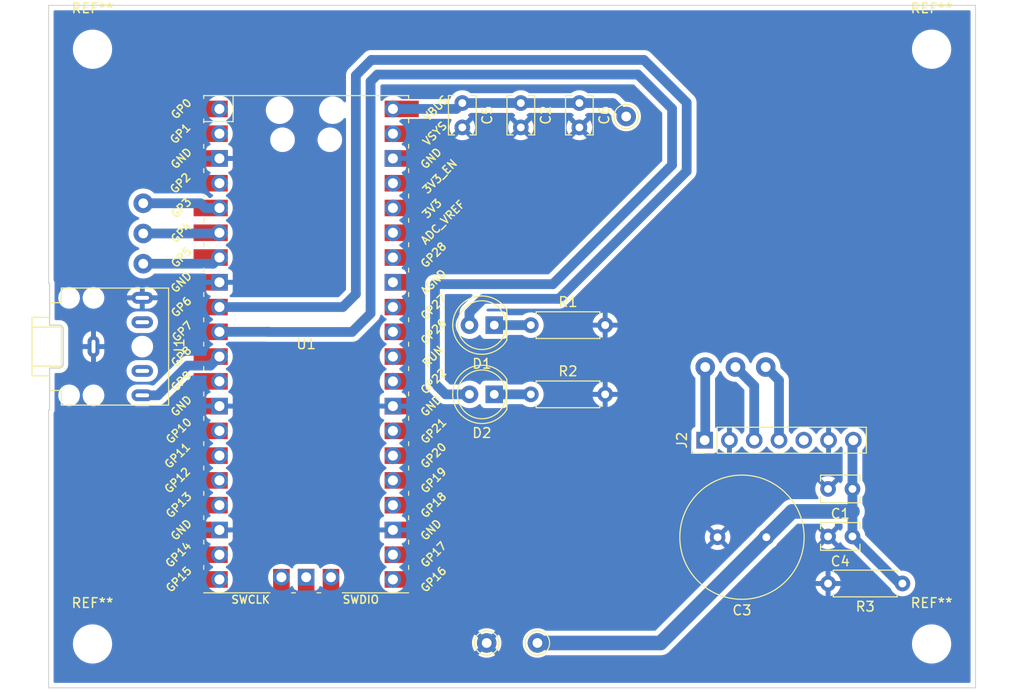
<source format=kicad_pcb>
(kicad_pcb (version 20211014) (generator pcbnew)
  (title_block (title "Telephonicah") (date "2023-04-29") (rev "0.0.1") (company "Vlad Balmos"))
  (layers (0 "F.Cu" signal) (31 "B.Cu" signal) (34 "B.Paste" user) (35 "F.Paste" user) (36 "B.SilkS" user "B.Silkscreen") (37 "F.SilkS" user "F.Silkscreen") (38 "B.Mask" user) (39 "F.Mask" user) (44 "Edge.Cuts" user))
  (net 0 "")
  (net 1 "5V")
  (net 2 "GND")
  (net 3 "Net-(D1-Pad1)")
  (net 4 "RED_LED")
  (net 5 "Net-(D2-Pad1)")
  (net 6 "GREEN_LED")
  (net 7 "ENABLE")
  (net 8 "RST")
  (net 9 "PICO_TX")
  (net 10 "PICO_RX")
  (footprint "Connector_Audio:Jack_3.5mm_CUI_SJ1-3525N_Horizontal" (layer "F.Cu") (at 24.6 55 -90)
    (fp_text reference "J1" (at 0 -8.8 90) (layer "F.SilkS"))
    (fp_text value "AudioJack3")
    (fp_line (start -6 3.3) (end -6 -7.7) (layer "F.SilkS") (width 0.12))
    (fp_line (start 6 3.3) (end 4.5 3.3) (layer "F.SilkS") (width 0.12))
    (fp_line (start 4.5 3.3) (end 4.5 4.5) (layer "F.SilkS") (width 0.12))
    (fp_line (start -6 -7.7) (end 6 -7.7) (layer "F.SilkS") (width 0.12))
    (fp_line (start 4.5 4.5) (end 3 4.5) (layer "F.SilkS") (width 0.12))
    (fp_line (start -3 4.5) (end -4.5 4.5) (layer "F.SilkS") (width 0.12))
    (fp_line (start 2 6.3) (end 2 3.3) (layer "F.SilkS") (width 0.12))
    (fp_line (start -4.5 3.3) (end -6 3.3) (layer "F.SilkS") (width 0.12))
    (fp_line (start 3 4.5) (end 3 6.3) (layer "F.SilkS") (width 0.12))
    (fp_line (start 2 3.3) (end -2 3.3) (layer "F.SilkS") (width 0.12))
    (fp_line (start -3 6.3) (end -3 4.5) (layer "F.SilkS") (width 0.12))
    (fp_line (start -2 3.3) (end -2 6.3) (layer "F.SilkS") (width 0.12))
    (fp_line (start -4.5 4.5) (end -4.5 3.3) (layer "F.SilkS") (width 0.12))
    (fp_line (start 6 -7.7) (end 6 3.3) (layer "F.SilkS") (width 0.12))
    (fp_line (start 3 6.3) (end -3 6.3) (layer "F.SilkS") (width 0.12))
    (fp_line (start 2.2 3.5) (end 2.2 4.5) (layer "Edge.Cuts") (width 0.12))
    (fp_line (start -2.2 3.5) (end -2.2 4.5) (layer "Edge.Cuts") (width 0.12))
    (fp_line (start -2.2 4.5) (end -6.5 4.5) (layer "Edge.Cuts") (width 0.12))
    (fp_line (start 1.8 3.1) (end -1.8 3.1) (layer "Edge.Cuts") (width 0.12))
    (fp_line (start 2.2 4.5) (end 6.5 4.5) (layer "Edge.Cuts") (width 0.12))
    (fp_arc (start -2.2 3.5) (mid -2.082842 3.217158) (end -1.8 3.1) (layer "Edge.Cuts") (width 0.12))
    (fp_arc (start 1.8 3.1) (mid 2.082843 3.217157) (end 2.2 3.5) (layer "Edge.Cuts") (width 0.12))
    (pad "" np_thru_hole circle (at -5 2.5 270) (size 1.2 1.2) (drill 1.2) (layers *.Cu))
    (pad "" np_thru_hole circle (at 5 0 270) (size 1.2 1.2) (drill 1.2) (layers *.Cu))
    (pad "" np_thru_hole circle (at 5 2.5 270) (size 1.2 1.2) (drill 1.2) (layers *.Cu))
    (pad "" np_thru_hole circle (at 0 -5 270) (size 1.2 1.2) (drill 1.2) (layers *.Cu))
    (pad "" np_thru_hole circle (at -5 0 270) (size 1.2 1.2) (drill 1.2) (layers *.Cu))
    (pad "R" thru_hole oval (at -5 -5 270) (size 1.2 2.2) (drill oval 0.4 1.4) (layers *.Cu *.Mask) (net 2 "GND"))
    (pad "RN" thru_hole oval (at -2.5 -5 270) (size 1.2 2.2) (drill oval 0.4 1.4) (layers *.Cu *.Mask))
    (pad "S" thru_hole oval (at 0 0 270) (size 2.2 1.2) (drill oval 1.4 0.4) (layers *.Cu *.Mask) (net 2 "GND"))
    (pad "T" thru_hole oval (at 5 -5 90) (size 1.2 2.2) (drill oval 0.4 1.4) (layers *.Cu *.Mask) (net 7 "ENABLE"))
    (pad "TN" thru_hole oval (at 2.5 -5 90) (size 1.2 2.2) (drill oval 0.4 1.4) (layers *.Cu *.Mask))
  )
  (footprint "Capacitor_THT:C_Disc_D3.8mm_W2.6mm_P2.50mm" (layer "F.Cu") (at 74.4 30.02 -90)
    (fp_text reference "C6" (at 1.25 -2.55 90) (layer "F.SilkS"))
    (fp_text value "47uf")
    (fp_line (start -0.77 -1.42) (end -0.77 -0.795) (layer "F.SilkS") (width 0.12))
    (fp_line (start 3.27 -1.42) (end 3.27 -0.795) (layer "F.SilkS") (width 0.12))
    (fp_line (start -0.77 0.795) (end -0.77 1.42) (layer "F.SilkS") (width 0.12))
    (fp_line (start -0.77 1.42) (end 3.27 1.42) (layer "F.SilkS") (width 0.12))
    (fp_line (start -0.77 -1.42) (end 3.27 -1.42) (layer "F.SilkS") (width 0.12))
    (fp_line (start 3.27 0.795) (end 3.27 1.42) (layer "F.SilkS") (width 0.12))
    (pad "1" thru_hole circle (at 0 0 270) (size 1.6 1.6) (drill 0.8) (layers *.Cu *.Mask) (net 1 "5V"))
    (pad "2" thru_hole circle (at 2.5 0 270) (size 1.6 1.6) (drill 0.8) (layers *.Cu *.Mask) (net 2 "GND"))
  )
  (footprint "MountingHole:MountingHole_3.2mm_M3" (layer "F.Cu") (at 110.5 24.5)
    (fp_text reference "REF**" (at 0 -4.2) (layer "F.SilkS"))
    (fp_text value "MountingHole_3.2mm_M3")
    (pad "" np_thru_hole circle (at 0 0) (size 3 3) (drill 3) (layers F&B.Cu *.Mask))
  )
  (footprint "LED_THT:LED_D5.0mm" (layer "F.Cu") (at 65.675 59.9 180)
    (fp_text reference "D2" (at 1.27 -3.96) (layer "F.SilkS"))
    (fp_text value "LED")
    (fp_line (start -1.29 -1.545) (end -1.29 1.545) (layer "F.SilkS") (width 0.12))
    (fp_arc (start -1.29 -1.54483) (mid 2.072002 -2.880433) (end 4.26 0.000462) (layer "F.SilkS") (width 0.12))
    (fp_arc (start 4.26 -0.000462) (mid 2.072002 2.880433) (end -1.29 1.54483) (layer "F.SilkS") (width 0.12))
    (fp_circle (center 1.27 0) (end 3.77 0) (layer "F.SilkS") (width 0.12) (fill none))
    (pad "1" thru_hole rect locked (at 0 0 180) (size 1.8 1.8) (drill 0.9) (layers *.Cu *.Mask) (net 5 "Net-(D2-Pad1)"))
    (pad "2" thru_hole circle locked (at 2.54 0 180) (size 1.8 1.8) (drill 0.9) (layers *.Cu *.Mask) (net 6 "GREEN_LED"))
  )
  (footprint "Capacitor_THT:C_Disc_D3.8mm_W2.6mm_P2.50mm" (layer "F.Cu") (at 102.39 74.475 180)
    (fp_text reference "C4" (at 1.25 -2.55) (layer "F.SilkS"))
    (fp_text value "4.7uf")
    (fp_line (start -0.77 0.795) (end -0.77 1.42) (layer "F.SilkS") (width 0.12))
    (fp_line (start -0.77 -1.42) (end 3.27 -1.42) (layer "F.SilkS") (width 0.12))
    (fp_line (start 3.27 0.795) (end 3.27 1.42) (layer "F.SilkS") (width 0.12))
    (fp_line (start 3.27 -1.42) (end 3.27 -0.795) (layer "F.SilkS") (width 0.12))
    (fp_line (start -0.77 -1.42) (end -0.77 -0.795) (layer "F.SilkS") (width 0.12))
    (fp_line (start -0.77 1.42) (end 3.27 1.42) (layer "F.SilkS") (width 0.12))
    (pad "1" thru_hole circle (at 0 0 180) (size 1.6 1.6) (drill 0.8) (layers *.Cu *.Mask) (net 1 "5V"))
    (pad "2" thru_hole circle (at 2.5 0 180) (size 1.6 1.6) (drill 0.8) (layers *.Cu *.Mask) (net 2 "GND"))
  )
  (footprint "Capacitor_THT:C_Radial_D12.5mm_H20.0mm_P5.00mm" (layer "F.Cu") (at 93.565 74.55 180)
    (fp_text reference "C3" (at 2.5 -7.5) (layer "F.SilkS"))
    (fp_text value "2200uf")
    (fp_circle (center 2.5 0) (end 8.87 0) (layer "F.SilkS") (width 0.12) (fill none))
    (pad "1" thru_hole circle (at 0 0 180) (size 1.6 1.6) (drill 0.8) (layers *.Cu *.Mask) (net 1 "5V"))
    (pad "2" thru_hole circle (at 5 0 180) (size 1.6 1.6) (drill 0.8) (layers *.Cu *.Mask) (net 2 "GND"))
  )
  (footprint "Resistor_THT:R_Axial_DIN0207_L6.3mm_D2.5mm_P7.62mm_Horizontal" (layer "F.Cu") (at 107.51 79.3 180)
    (fp_text reference "R3" (at 3.81 -2.37) (layer "F.SilkS"))
    (fp_text value "1M")
    (fp_line (start 7.08 1.37) (end 7.08 1.04) (layer "F.SilkS") (width 0.12))
    (fp_line (start 0.54 -1.37) (end 7.08 -1.37) (layer "F.SilkS") (width 0.12))
    (fp_line (start 0.54 1.37) (end 7.08 1.37) (layer "F.SilkS") (width 0.12))
    (fp_line (start 0.54 -1.04) (end 0.54 -1.37) (layer "F.SilkS") (width 0.12))
    (fp_line (start 0.54 1.04) (end 0.54 1.37) (layer "F.SilkS") (width 0.12))
    (fp_line (start 7.08 -1.37) (end 7.08 -1.04) (layer "F.SilkS") (width 0.12))
    (pad "1" thru_hole circle (at 0 0 180) (size 1.6 1.6) (drill 0.8) (layers *.Cu *.Mask) (net 1 "5V"))
    (pad "2" thru_hole oval (at 7.62 0 180) (size 1.6 1.6) (drill 0.8) (layers *.Cu *.Mask) (net 2 "GND"))
  )
  (footprint "" (layer "F.Cu") (at 29.7 46.5)
    (fp_text reference "" (at 0 0) (layer "F.SilkS") (effects (font (size 1.27 1.27))))
    (fp_text value "" (at 0 0) (layer "F.SilkS") (effects (font (size 1.27 1.27))))
    (pad "1" thru_hole circle (at 0 0) (size 2 2) (drill 1) (layers *.Cu *.Mask) (net 10 "PICO_RX"))
  )
  (footprint "MCU_RaspberryPi_and_Boards:RPi_Pico_SMD_TH" (layer "F.Cu") (at 46.4 54.755)
    (fp_text reference "U1" (at 0 0) (layer "F.SilkS"))
    (fp_text value "Pico")
    (fp_text user "GP16" (at 13.054 24.13 45) (layer "F.SilkS") (effects (font (size 0.8 0.8))))
    (fp_text user "GP14" (at -13.1 21.59 45) (layer "F.SilkS") (effects (font (size 0.8 0.8))))
    (fp_text user "GP3" (at -12.8 -13.97 45) (layer "F.SilkS") (effects (font (size 0.8 0.8))))
    (fp_text user "GP1" (at -12.9 -21.6 45) (layer "F.SilkS") (effects (font (size 0.8 0.8))))
    (fp_text user "GP22" (at 13.054 3.81 45) (layer "F.SilkS") (effects (font (size 0.8 0.8))))
    (fp_text user "GP27" (at 13.054 -3.8 45) (layer "F.SilkS") (effects (font (size 0.8 0.8))))
    (fp_text user "3V3" (at 12.9 -13.9 45) (layer "F.SilkS") (effects (font (size 0.8 0.8))))
    (fp_text user "GP17" (at 13.054 21.59 45) (layer "F.SilkS") (effects (font (size 0.8 0.8))))
    (fp_text user "GP21" (at 13.054 8.9 45) (layer "F.SilkS") (effects (font (size 0.8 0.8))))
    (fp_text user "VBUS" (at 13.3 -24.2 45) (layer "F.SilkS") (effects (font (size 0.8 0.8))))
    (fp_text user "GND" (at 12.8 6.35 45) (layer "F.SilkS") (effects (font (size 0.8 0.8))))
    (fp_text user "3V3_EN" (at 13.7 -17.2 45) (layer "F.SilkS") (effects (font (size 0.8 0.8))))
    (fp_text user "GP0" (at -12.8 -24.13 45) (layer "F.SilkS") (effects (font (size 0.8 0.8))))
    (fp_text user "GP13" (at -13.054 16.51 45) (layer "F.SilkS") (effects (font (size 0.8 0.8))))
    (fp_text user "AGND" (at 13.054 -6.35 45) (layer "F.SilkS") (effects (font (size 0.8 0.8))))
    (fp_text user "SWDIO" (at 5.6 26.2) (layer "F.SilkS") (effects (font (size 0.8 0.8))))
    (fp_text user "SWCLK" (at -5.7 26.2) (layer "F.SilkS") (effects (font (size 0.8 0.8))))
    (fp_text user "GP28" (at 13.054 -9.144 45) (layer "F.SilkS") (effects (font (size 0.8 0.8))))
    (fp_text user "GND" (at -12.8 -6.35 45) (layer "F.SilkS") (effects (font (size 0.8 0.8))))
    (fp_text user "GND" (at -12.8 -19.05 45) (layer "F.SilkS") (effects (font (size 0.8 0.8))))
    (fp_text user "GP9" (at -12.8 3.81 45) (layer "F.SilkS") (effects (font (size 0.8 0.8))))
    (fp_text user "VSYS" (at 13.2 -21.59 45) (layer "F.SilkS") (effects (font (size 0.8 0.8))))
    (fp_text user "GP7" (at -12.7 -1.3 45) (layer "F.SilkS") (effects (font (size 0.8 0.8))))
    (fp_text user "GND" (at 12.8 -19.05 45) (layer "F.SilkS") (effects (font (size 0.8 0.8))))
    (fp_text user "GP10" (at -13.054 8.89 45) (layer "F.SilkS") (effects (font (size 0.8 0.8))))
    (fp_text user "GP5" (at -12.8 -8.89 45) (layer "F.SilkS") (effects (font (size 0.8 0.8))))
    (fp_text user "GP4" (at -12.8 -11.43 45) (layer "F.SilkS") (effects (font (size 0.8 0.8))))
    (fp_text user "GP15" (at -13.054 24.13 45) (layer "F.SilkS") (effects (font (size 0.8 0.8))))
    (fp_text user "GND" (at -12.8 19.05 45) (layer "F.SilkS") (effects (font (size 0.8 0.8))))
    (fp_text user "GP26" (at 13.054 -1.27 45) (layer "F.SilkS") (effects (font (size 0.8 0.8))))
    (fp_text user "GP12" (at -13.2 13.97 45) (layer "F.SilkS") (effects (font (size 0.8 0.8))))
    (fp_text user "GP8" (at -12.8 1.27 45) (layer "F.SilkS") (effects (font (size 0.8 0.8))))
    (fp_text user "GP20" (at 13.054 11.43 45) (layer "F.SilkS") (effects (font (size 0.8 0.8))))
    (fp_text user "GP6" (at -12.8 -3.81 45) (layer "F.SilkS") (effects (font (size 0.8 0.8))))
    (fp_text user "GND" (at 12.8 19.05 45) (layer "F.SilkS") (effects (font (size 0.8 0.8))))
    (fp_text user "GP11" (at -13.2 11.43 45) (layer "F.SilkS") (effects (font (size 0.8 0.8))))
    (fp_text user "GP18" (at 13.054 16.51 45) (layer "F.SilkS") (effects (font (size 0.8 0.8))))
    (fp_text user "GP2" (at -12.9 -16.51 45) (layer "F.SilkS") (effects (font (size 0.8 0.8))))
    (fp_text user "RUN" (at 13 1.27 45) (layer "F.SilkS") (effects (font (size 0.8 0.8))))
    (fp_text user "GND" (at -12.8 6.35 45) (layer "F.SilkS") (effects (font (size 0.8 0.8))))
    (fp_text user "ADC_VREF" (at 14 -12.5 45) (layer "F.SilkS") (effects (font (size 0.8 0.8))))
    (fp_text user "GP19" (at 13.054 13.97 45) (layer "F.SilkS") (effects (font (size 0.8 0.8))))
    (fp_line (start -10.5 -25.5) (end -10.5 -25.2) (layer "F.SilkS") (width 0.12))
    (fp_line (start 10.5 -25.5) (end 10.5 -25.2) (layer "F.SilkS") (width 0.12))
    (fp_line (start -10.5 -25.5) (end 10.5 -25.5) (layer "F.SilkS") (width 0.12))
    (fp_line (start 10.5 -10.4) (end 10.5 -10) (layer "F.SilkS") (width 0.12))
    (fp_line (start -10.5 20.1) (end -10.5 20.5) (layer "F.SilkS") (width 0.12))
    (fp_line (start -10.5 17.6) (end -10.5 18) (layer "F.SilkS") (width 0.12))
    (fp_line (start 10.5 2.3) (end 10.5 2.7) (layer "F.SilkS") (width 0.12))
    (fp_line (start -10.5 12.5) (end -10.5 12.9) (layer "F.SilkS") (width 0.12))
    (fp_line (start 10.5 15.1) (end 10.5 15.5) (layer "F.SilkS") (width 0.12))
    (fp_line (start -10.5 -18) (end -10.5 -17.6) (layer "F.SilkS") (width 0.12))
    (fp_line (start -10.5 22.7) (end -10.5 23.1) (layer "F.SilkS") (width 0.12))
    (fp_line (start 10.5 -15.4) (end 10.5 -15) (layer "F.SilkS") (width 0.12))
    (fp_line (start -10.5 -5.3) (end -10.5 -4.9) (layer "F.SilkS") (width 0.12))
    (fp_line (start -10.5 -12.9) (end -10.5 -12.5) (layer "F.SilkS") (width 0.12))
    (fp_line (start -10.5 -22.833) (end -7.493 -22.833) (layer "F.SilkS") (width 0.12))
    (fp_line (start -1.5 25.5) (end -1.1 25.5) (layer "F.SilkS") (width 0.12))
    (fp_line (start 10.5 -23.1) (end 10.5 -22.7) (layer "F.SilkS") (width 0.12))
    (fp_line (start 10.5 -18) (end 10.5 -17.6) (layer "F.SilkS") (width 0.12))
    (fp_line (start 10.5 20.1) (end 10.5 20.5) (layer "F.SilkS") (width 0.12))
    (fp_line (start -10.5 4.9) (end -10.5 5.3) (layer "F.SilkS") (width 0.12))
    (fp_line (start -10.5 2.3) (end -10.5 2.7) (layer "F.SilkS") (width 0.12))
    (fp_line (start 10.5 -12.9) (end 10.5 -12.5) (layer "F.SilkS") (width 0.12))
    (fp_line (start -10.5 -2.7) (end -10.5 -2.3) (layer "F.SilkS") (width 0.12))
    (fp_line (start -3.7 25.5) (end -10.5 25.5) (layer "F.SilkS") (width 0.12))
    (fp_line (start 10.5 17.6) (end 10.5 18) (layer "F.SilkS") (width 0.12))
    (fp_line (start 10.5 10) (end 10.5 10.4) (layer "F.SilkS") (width 0.12))
    (fp_line (start 10.5 7.4) (end 10.5 7.8) (layer "F.SilkS") (width 0.12))
    (fp_line (start -10.5 -23.1) (end -10.5 -22.7) (layer "F.SilkS") (width 0.12))
    (fp_line (start 10.5 -0.2) (end 10.5 0.2) (layer "F.SilkS") (width 0.12))
    (fp_line (start -10.5 -0.2) (end -10.5 0.2) (layer "F.SilkS") (width 0.12))
    (fp_line (start 10.5 -20.5) (end 10.5 -20.1) (layer "F.SilkS") (width 0.12))
    (fp_line (start -10.5 15.1) (end -10.5 15.5) (layer "F.SilkS") (width 0.12))
    (fp_line (start -10.5 -10.4) (end -10.5 -10) (layer "F.SilkS") (width 0.12))
    (fp_line (start -10.5 7.4) (end -10.5 7.8) (layer "F.SilkS") (width 0.12))
    (fp_line (start -7.493 -22.833) (end -7.493 -25.5) (layer "F.SilkS") (width 0.12))
    (fp_line (start -10.5 -20.5) (end -10.5 -20.1) (layer "F.SilkS") (width 0.12))
    (fp_line (start 10.5 12.5) (end 10.5 12.9) (layer "F.SilkS") (width 0.12))
    (fp_line (start -10.5 -15.4) (end -10.5 -15) (layer "F.SilkS") (width 0.12))
    (fp_line (start 10.5 -2.7) (end 10.5 -2.3) (layer "F.SilkS") (width 0.12))
    (fp_line (start -10.5 -7.8) (end -10.5 -7.4) (layer "F.SilkS") (width 0.12))
    (fp_line (start 10.5 -7.8) (end 10.5 -7.4) (layer "F.SilkS") (width 0.12))
    (fp_line (start 10.5 22.7) (end 10.5 23.1) (layer "F.SilkS") (width 0.12))
    (fp_line (start 10.5 4.9) (end 10.5 5.3) (layer "F.SilkS") (width 0.12))
    (fp_line (start -10.5 10) (end -10.5 10.4) (layer "F.SilkS") (width 0.12))
    (fp_line (start 10.5 25.5) (end 3.7 25.5) (layer "F.SilkS") (width 0.12))
    (fp_line (start 1.1 25.5) (end 1.5 25.5) (layer "F.SilkS") (width 0.12))
    (fp_line (start 10.5 -5.3) (end 10.5 -4.9) (layer "F.SilkS") (width 0.12))
    (pad "" np_thru_hole oval (at -2.425 -20.97) (size 1.5 1.5) (drill 1.5) (layers *.Cu *.Mask))
    (pad "" np_thru_hole oval (at -2.725 -24) (size 1.8 1.8) (drill 1.8) (layers *.Cu *.Mask))
    (pad "" np_thru_hole oval (at 2.725 -24) (size 1.8 1.8) (drill 1.8) (layers *.Cu *.Mask))
    (pad "" np_thru_hole oval (at 2.425 -20.97) (size 1.5 1.5) (drill 1.5) (layers *.Cu *.Mask))
    (pad "1" thru_hole oval (at -8.89 -24.13) (size 1.7 1.7) (drill 1.02) (layers *.Cu *.Mask))
    (pad "1" smd rect (at -8.89 -24.13) (size 3.5 1.7) (drill (offset -0.9 0)) (layers "F.Cu" "F.Mask"))
    (pad "2" thru_hole oval (at -8.89 -21.59) (size 1.7 1.7) (drill 1.02) (layers *.Cu *.Mask))
    (pad "2" smd rect (at -8.89 -21.59) (size 3.5 1.7) (drill (offset -0.9 0)) (layers "F.Cu" "F.Mask"))
    (pad "3" thru_hole rect (at -8.89 -19.05) (size 1.7 1.7) (drill 1.02) (layers *.Cu *.Mask) (net 2 "GND"))
    (pad "3" smd rect (at -8.89 -19.05) (size 3.5 1.7) (drill (offset -0.9 0)) (layers "F.Cu" "F.Mask") (net 2 "GND"))
    (pad "4" thru_hole oval (at -8.89 -16.51) (size 1.7 1.7) (drill 1.02) (layers *.Cu *.Mask))
    (pad "4" smd rect (at -8.89 -16.51) (size 3.5 1.7) (drill (offset -0.9 0)) (layers "F.Cu" "F.Mask"))
    (pad "5" smd rect (at -8.89 -13.97) (size 3.5 1.7) (drill (offset -0.9 0)) (layers "F.Cu" "F.Mask") (net 8 "RST"))
    (pad "5" thru_hole oval (at -8.89 -13.97) (size 1.7 1.7) (drill 1.02) (layers *.Cu *.Mask) (net 8 "RST"))
    (pad "6" thru_hole oval (at -8.89 -11.43) (size 1.7 1.7) (drill 1.02) (layers *.Cu *.Mask) (net 9 "PICO_TX"))
    (pad "6" smd rect (at -8.89 -11.43) (size 3.5 1.7) (drill (offset -0.9 0)) (layers "F.Cu" "F.Mask") (net 9 "PICO_TX"))
    (pad "7" smd rect (at -8.89 -8.89) (size 3.5 1.7) (drill (offset -0.9 0)) (layers "F.Cu" "F.Mask") (net 10 "PICO_RX"))
    (pad "7" thru_hole oval (at -8.89 -8.89) (size 1.7 1.7) (drill 1.02) (layers *.Cu *.Mask) (net 10 "PICO_RX"))
    (pad "8" smd rect (at -8.89 -6.35) (size 3.5 1.7) (drill (offset -0.9 0)) (layers "F.Cu" "F.Mask") (net 2 "GND"))
    (pad "8" thru_hole rect (at -8.89 -6.35) (size 1.7 1.7) (drill 1.02) (layers *.Cu *.Mask) (net 2 "GND"))
    (pad "9" smd rect (at -8.89 -3.81) (size 3.5 1.7) (drill (offset -0.9 0)) (layers "F.Cu" "F.Mask") (net 4 "RED_LED"))
    (pad "9" thru_hole oval (at -8.89 -3.81) (size 1.7 1.7) (drill 1.02) (layers *.Cu *.Mask) (net 4 "RED_LED"))
    (pad "10" smd rect (at -8.89 -1.27) (size 3.5 1.7) (drill (offset -0.9 0)) (layers "F.Cu" "F.Mask") (net 6 "GREEN_LED"))
    (pad "10" thru_hole oval (at -8.89 -1.27) (size 1.7 1.7) (drill 1.02) (layers *.Cu *.Mask) (net 6 "GREEN_LED"))
    (pad "11" thru_hole oval (at -8.89 1.27) (size 1.7 1.7) (drill 1.02) (layers *.Cu *.Mask) (net 7 "ENABLE"))
    (pad "11" smd rect (at -8.89 1.27) (size 3.5 1.7) (drill (offset -0.9 0)) (layers "F.Cu" "F.Mask") (net 7 "ENABLE"))
    (pad "12" smd rect (at -8.89 3.81) (size 3.5 1.7) (drill (offset -0.9 0)) (layers "F.Cu" "F.Mask"))
    (pad "12" thru_hole oval (at -8.89 3.81) (size 1.7 1.7) (drill 1.02) (layers *.Cu *.Mask))
    (pad "13" thru_hole rect (at -8.89 6.35) (size 1.7 1.7) (drill 1.02) (layers *.Cu *.Mask) (net 2 "GND"))
    (pad "13" smd rect (at -8.89 6.35) (size 3.5 1.7) (drill (offset -0.9 0)) (layers "F.Cu" "F.Mask") (net 2 "GND"))
    (pad "14" thru_hole oval (at -8.89 8.89) (size 1.7 1.7) (drill 1.02) (layers *.Cu *.Mask))
    (pad "14" smd rect (at -8.89 8.89) (size 3.5 1.7) (drill (offset -0.9 0)) (layers "F.Cu" "F.Mask"))
    (pad "15" thru_hole oval (at -8.89 11.43) (size 1.7 1.7) (drill 1.02) (layers *.Cu *.Mask))
    (pad "15" smd rect (at -8.89 11.43) (size 3.5 1.7) (drill (offset -0.9 0)) (layers "F.Cu" "F.Mask"))
    (pad "16" thru_hole oval (at -8.89 13.97) (size 1.7 1.7) (drill 1.02) (layers *.Cu *.Mask))
    (pad "16" smd rect (at -8.89 13.97) (size 3.5 1.7) (drill (offset -0.9 0)) (layers "F.Cu" "F.Mask"))
    (pad "17" smd rect (at -8.89 16.51) (size 3.5 1.7) (drill (offset -0.9 0)) (layers "F.Cu" "F.Mask"))
    (pad "17" thru_hole oval (at -8.89 16.51) (size 1.7 1.7) (drill 1.02) (layers *.Cu *.Mask))
    (pad "18" thru_hole rect (at -8.89 19.05) (size 1.7 1.7) (drill 1.02) (layers *.Cu *.Mask) (net 2 "GND"))
    (pad "18" smd rect (at -8.89 19.05) (size 3.5 1.7) (drill (offset -0.9 0)) (layers "F.Cu" "F.Mask") (net 2 "GND"))
    (pad "19" smd rect (at -8.89 21.59) (size 3.5 1.7) (drill (offset -0.9 0)) (layers "F.Cu" "F.Mask"))
    (pad "19" thru_hole oval (at -8.89 21.59) (size 1.7 1.7) (drill 1.02) (layers *.Cu *.Mask))
    (pad "20" thru_hole oval (at -8.89 24.13) (size 1.7 1.7) (drill 1.02) (layers *.Cu *.Mask))
    (pad "20" smd rect (at -8.89 24.13) (size 3.5 1.7) (drill (offset -0.9 0)) (layers "F.Cu" "F.Mask"))
    (pad "21" smd rect (at 8.89 24.13) (size 3.5 1.7) (drill (offset 0.9 0)) (layers "F.Cu" "F.Mask"))
    (pad "21" thru_hole oval (at 8.89 24.13) (size 1.7 1.7) (drill 1.02) (layers *.Cu *.Mask))
    (pad "22" thru_hole oval (at 8.89 21.59) (size 1.7 1.7) (drill 1.02) (layers *.Cu *.Mask))
    (pad "22" smd rect (at 8.89 21.59) (size 3.5 1.7) (drill (offset 0.9 0)) (layers "F.Cu" "F.Mask"))
    (pad "23" smd rect (at 8.89 19.05) (size 3.5 1.7) (drill (offset 0.9 0)) (layers "F.Cu" "F.Mask") (net 2 "GND"))
    (pad "23" thru_hole rect (at 8.89 19.05) (size 1.7 1.7) (drill 1.02) (layers *.Cu *.Mask) (net 2 "GND"))
    (pad "24" thru_hole oval (at 8.89 16.51) (size 1.7 1.7) (drill 1.02) (layers *.Cu *.Mask))
    (pad "24" smd rect (at 8.89 16.51) (size 3.5 1.7) (drill (offset 0.9 0)) (layers "F.Cu" "F.Mask"))
    (pad "25" thru_hole oval (at 8.89 13.97) (size 1.7 1.7) (drill 1.02) (layers *.Cu *.Mask))
    (pad "25" smd rect (at 8.89 13.97) (size 3.5 1.7) (drill (offset 0.9 0)) (layers "F.Cu" "F.Mask"))
    (pad "26" smd rect (at 8.89 11.43) (size 3.5 1.7) (drill (offset 0.9 0)) (layers "F.Cu" "F.Mask"))
    (pad "26" thru_hole oval (at 8.89 11.43) (size 1.7 1.7) (drill 1.02) (layers *.Cu *.Mask))
    (pad "27" thru_hole oval (at 8.89 8.89) (size 1.7 1.7) (drill 1.02) (layers *.Cu *.Mask))
    (pad "27" smd rect (at 8.89 8.89) (size 3.5 1.7) (drill (offset 0.9 0)) (layers "F.Cu" "F.Mask"))
    (pad "28" smd rect (at 8.89 6.35) (size 3.5 1.7) (drill (offset 0.9 0)) (layers "F.Cu" "F.Mask") (net 2 "GND"))
    (pad "28" thru_hole rect (at 8.89 6.35) (size 1.7 1.7) (drill 1.02) (layers *.Cu *.Mask) (net 2 "GND"))
    (pad "29" thru_hole oval (at 8.89 3.81) (size 1.7 1.7) (drill 1.02) (layers *.Cu *.Mask))
    (pad "29" smd rect (at 8.89 3.81) (size 3.5 1.7) (drill (offset 0.9 0)) (layers "F.Cu" "F.Mask"))
    (pad "30" thru_hole oval (at 8.89 1.27) (size 1.7 1.7) (drill 1.02) (layers *.Cu *.Mask))
    (pad "30" smd rect (at 8.89 1.27) (size 3.5 1.7) (drill (offset 0.9 0)) (layers "F.Cu" "F.Mask"))
    (pad "31" smd rect (at 8.89 -1.27) (size 3.5 1.7) (drill (offset 0.9 0)) (layers "F.Cu" "F.Mask"))
    (pad "31" thru_hole oval (at 8.89 -1.27) (size 1.7 1.7) (drill 1.02) (layers *.Cu *.Mask))
    (pad "32" thru_hole oval (at 8.89 -3.81) (size 1.7 1.7) (drill 1.02) (layers *.Cu *.Mask))
    (pad "32" smd rect (at 8.89 -3.81) (size 3.5 1.7) (drill (offset 0.9 0)) (layers "F.Cu" "F.Mask"))
    (pad "33" smd rect (at 8.89 -6.35) (size 3.5 1.7) (drill (offset 0.9 0)) (layers "F.Cu" "F.Mask"))
    (pad "33" thru_hole rect (at 8.89 -6.35) (size 1.7 1.7) (drill 1.02) (layers *.Cu *.Mask))
    (pad "34" smd rect (at 8.89 -8.89) (size 3.5 1.7) (drill (offset 0.9 0)) (layers "F.Cu" "F.Mask"))
    (pad "34" thru_hole oval (at 8.89 -8.89) (size 1.7 1.7) (drill 1.02) (layers *.Cu *.Mask))
    (pad "35" smd rect (at 8.89 -11.43) (size 3.5 1.7) (drill (offset 0.9 0)) (layers "F.Cu" "F.Mask"))
    (pad "35" thru_hole oval (at 8.89 -11.43) (size 1.7 1.7) (drill 1.02) (layers *.Cu *.Mask))
    (pad "36" thru_hole oval (at 8.89 -13.97) (size 1.7 1.7) (drill 1.02) (layers *.Cu *.Mask))
    (pad "36" smd rect (at 8.89 -13.97) (size 3.5 1.7) (drill (offset 0.9 0)) (layers "F.Cu" "F.Mask"))
    (pad "37" smd rect (at 8.89 -16.51) (size 3.5 1.7) (drill (offset 0.9 0)) (layers "F.Cu" "F.Mask"))
    (pad "37" thru_hole oval (at 8.89 -16.51) (size 1.7 1.7) (drill 1.02) (layers *.Cu *.Mask))
    (pad "38" thru_hole rect (at 8.89 -19.05) (size 1.7 1.7) (drill 1.02) (layers *.Cu *.Mask) (net 2 "GND"))
    (pad "38" smd rect (at 8.89 -19.05) (size 3.5 1.7) (drill (offset 0.9 0)) (layers "F.Cu" "F.Mask") (net 2 "GND"))
    (pad "39" smd rect (at 8.89 -21.59) (size 3.5 1.7) (drill (offset 0.9 0)) (layers "F.Cu" "F.Mask"))
    (pad "39" thru_hole oval (at 8.89 -21.59) (size 1.7 1.7) (drill 1.02) (layers *.Cu *.Mask))
    (pad "40" smd rect (at 8.89 -24.13) (size 3.5 1.7) (drill (offset 0.9 0)) (layers "F.Cu" "F.Mask") (net 1 "5V"))
    (pad "40" thru_hole oval (at 8.89 -24.13) (size 1.7 1.7) (drill 1.02) (layers *.Cu *.Mask) (net 1 "5V"))
    (pad "41" thru_hole oval (at -2.54 23.9) (size 1.7 1.7) (drill 1.02) (layers *.Cu *.Mask))
    (pad "41" smd rect (at -2.54 23.9 90) (size 3.5 1.7) (drill (offset -0.9 0)) (layers "F.Cu" "F.Mask"))
    (pad "42" smd rect (at 0 23.9 90) (size 3.5 1.7) (drill (offset -0.9 0)) (layers "F.Cu" "F.Mask"))
    (pad "42" thru_hole rect (at 0 23.9) (size 1.7 1.7) (drill 1.02) (layers *.Cu *.Mask))
    (pad "43" thru_hole oval (at 2.54 23.9) (size 1.7 1.7) (drill 1.02) (layers *.Cu *.Mask))
    (pad "43" smd rect (at 2.54 23.9 90) (size 3.5 1.7) (drill (offset -0.9 0)) (layers "F.Cu" "F.Mask"))
  )
  (footprint "Capacitor_THT:C_Disc_D3.8mm_W2.6mm_P2.50mm" (layer "F.Cu") (at 62.4 30.02 -90)
    (fp_text reference "C5" (at 1.25 -2.55 90) (layer "F.SilkS"))
    (fp_text value "100nf")
    (fp_line (start -0.77 1.42) (end 3.27 1.42) (layer "F.SilkS") (width 0.12))
    (fp_line (start 3.27 0.795) (end 3.27 1.42) (layer "F.SilkS") (width 0.12))
    (fp_line (start 3.27 -1.42) (end 3.27 -0.795) (layer "F.SilkS") (width 0.12))
    (fp_line (start -0.77 -1.42) (end -0.77 -0.795) (layer "F.SilkS") (width 0.12))
    (fp_line (start -0.77 -1.42) (end 3.27 -1.42) (layer "F.SilkS") (width 0.12))
    (fp_line (start -0.77 0.795) (end -0.77 1.42) (layer "F.SilkS") (width 0.12))
    (pad "1" thru_hole circle (at 0 0 270) (size 1.6 1.6) (drill 0.8) (layers *.Cu *.Mask) (net 1 "5V"))
    (pad "2" thru_hole circle (at 2.5 0 270) (size 1.6 1.6) (drill 0.8) (layers *.Cu *.Mask) (net 2 "GND"))
  )
  (footprint "Connector_Pin:Pin_D1.0mm_L10.0mm" (layer "F.Cu") (at 79.2 31.4)
    (fp_text reference "REF**" hide)
    (fp_text value "Pin_D1.0mm_L10.0mm" hide)
    (fp_circle (center 0 0) (end 1.25 0.05) (layer "F.SilkS") (width 0.12) (fill none))
    (pad "1" thru_hole circle (at 0 0) (size 2 2) (drill 1) (layers *.Cu *.Mask) (net 1 "5V"))
  )
  (footprint "" (layer "F.Cu") (at 29.7 40.3)
    (fp_text reference "" (at 0 0) (layer "F.SilkS") (effects (font (size 1.27 1.27))))
    (fp_text value "" (at 0 0) (layer "F.SilkS") (effects (font (size 1.27 1.27))))
    (pad "1" thru_hole circle (at 0 0) (size 2 2) (drill 1) (layers *.Cu *.Mask) (net 8 "RST"))
  )
  (footprint "" (layer "F.Cu") (at 93.5 57.1 90)
    (fp_text reference "" (at 0 0 90) (layer "F.SilkS") (effects (font (size 1.27 1.27))))
    (fp_text value "" (at 0 0 90) (layer "F.SilkS") (effects (font (size 1.27 1.27))))
    (pad "1" thru_hole circle (at 0 0 90) (size 2 2) (drill 1) (layers F&B.Cu *.Mask) (net 10 "PICO_RX"))
  )
  (footprint "Capacitor_THT:C_Disc_D3.8mm_W2.6mm_P2.50mm" (layer "F.Cu") (at 68.4 30.02 -90)
    (fp_text reference "C2" (at 1.25 -2.55 90) (layer "F.SilkS"))
    (fp_text value "4.7uf")
    (fp_line (start 3.27 0.795) (end 3.27 1.42) (layer "F.SilkS") (width 0.12))
    (fp_line (start 3.27 -1.42) (end 3.27 -0.795) (layer "F.SilkS") (width 0.12))
    (fp_line (start -0.77 0.795) (end -0.77 1.42) (layer "F.SilkS") (width 0.12))
    (fp_line (start -0.77 1.42) (end 3.27 1.42) (layer "F.SilkS") (width 0.12))
    (fp_line (start -0.77 -1.42) (end 3.27 -1.42) (layer "F.SilkS") (width 0.12))
    (fp_line (start -0.77 -1.42) (end -0.77 -0.795) (layer "F.SilkS") (width 0.12))
    (pad "1" thru_hole circle (at 0 0 270) (size 1.6 1.6) (drill 0.8) (layers *.Cu *.Mask) (net 1 "5V"))
    (pad "2" thru_hole circle (at 2.5 0 270) (size 1.6 1.6) (drill 0.8) (layers *.Cu *.Mask) (net 2 "GND"))
  )
  (footprint "" (layer "F.Cu") (at 87.3 57.1 90)
    (fp_text reference "" (at 0 0 90) (layer "F.SilkS") (effects (font (size 1.27 1.27))))
    (fp_text value "" (at 0 0 90) (layer "F.SilkS") (effects (font (size 1.27 1.27))))
    (pad "1" thru_hole circle (at 0 0 90) (size 2 2) (drill 1) (layers F&B.Cu *.Mask) (net 8 "RST"))
  )
  (footprint "MountingHole:MountingHole_3.2mm_M3" (layer "F.Cu") (at 110.5 85.5)
    (fp_text reference "REF**" (at 0 -4.2) (layer "F.SilkS"))
    (fp_text value "MountingHole_3.2mm_M3")
    (pad "" np_thru_hole circle (at 0 0) (size 3 3) (drill 3) (layers F&B.Cu *.Mask))
  )
  (footprint "" (layer "F.Cu") (at 90.4 57.1 90)
    (fp_text reference "" (at 0 0 90) (layer "F.SilkS") (effects (font (size 1.27 1.27))))
    (fp_text value "" (at 0 0 90) (layer "F.SilkS") (effects (font (size 1.27 1.27))))
    (pad "1" thru_hole circle (at 0 0 90) (size 2 2) (drill 1) (layers F&B.Cu *.Mask) (net 9 "PICO_TX"))
  )
  (footprint "LED_THT:LED_D5.0mm" (layer "F.Cu") (at 65.675 52.8 180)
    (fp_text reference "D1" (at 1.27 -3.96) (layer "F.SilkS"))
    (fp_text value "LED")
    (fp_line (start -1.29 -1.545) (end -1.29 1.545) (layer "F.SilkS") (width 0.12))
    (fp_arc (start 4.26 -0.000462) (mid 2.072002 2.880433) (end -1.29 1.54483) (layer "F.SilkS") (width 0.12))
    (fp_arc (start -1.29 -1.54483) (mid 2.072002 -2.880433) (end 4.26 0.000462) (layer "F.SilkS") (width 0.12))
    (fp_circle (center 1.27 0) (end 3.77 0) (layer "F.SilkS") (width 0.12) (fill none))
    (pad "1" thru_hole rect locked (at 0 0 180) (size 1.8 1.8) (drill 0.9) (layers *.Cu *.Mask) (net 3 "Net-(D1-Pad1)"))
    (pad "2" thru_hole circle locked (at 2.54 0 180) (size 1.8 1.8) (drill 0.9) (layers *.Cu *.Mask) (net 4 "RED_LED"))
  )
  (footprint "MountingHole:MountingHole_3.2mm_M3" (layer "F.Cu") (at 24.5 24.5)
    (fp_text reference "REF**" (at 0 -4.2) (layer "F.SilkS"))
    (fp_text value "MountingHole_3.2mm_M3")
    (pad "" np_thru_hole circle locked (at 0 0) (size 3 3) (drill 3) (layers F&B.Cu *.Mask))
  )
  (footprint "Resistor_THT:R_Axial_DIN0207_L6.3mm_D2.5mm_P7.62mm_Horizontal" (layer "F.Cu") (at 69.425 52.8)
    (fp_text reference "R1" (at 3.81 -2.37) (layer "F.SilkS"))
    (fp_text value "150")
    (fp_line (start 0.54 1.04) (end 0.54 1.37) (layer "F.SilkS") (width 0.12))
    (fp_line (start 7.08 -1.37) (end 7.08 -1.04) (layer "F.SilkS") (width 0.12))
    (fp_line (start 0.54 1.37) (end 7.08 1.37) (layer "F.SilkS") (width 0.12))
    (fp_line (start 0.54 -1.04) (end 0.54 -1.37) (layer "F.SilkS") (width 0.12))
    (fp_line (start 7.08 1.37) (end 7.08 1.04) (layer "F.SilkS") (width 0.12))
    (fp_line (start 0.54 -1.37) (end 7.08 -1.37) (layer "F.SilkS") (width 0.12))
    (pad "1" thru_hole circle locked (at 0 0) (size 1.6 1.6) (drill 0.8) (layers *.Cu *.Mask) (net 3 "Net-(D1-Pad1)"))
    (pad "2" thru_hole oval locked (at 7.62 0) (size 1.6 1.6) (drill 0.8) (layers *.Cu *.Mask) (net 2 "GND"))
  )
  (footprint "MountingHole:MountingHole_3.2mm_M3" (layer "F.Cu") (at 24.5 85.5)
    (fp_text reference "REF**" (at 0 -4.2) (layer "F.SilkS"))
    (fp_text value "MountingHole_3.2mm_M3")
    (pad "" np_thru_hole circle locked (at 0 0) (size 3 3) (drill 3) (layers F&B.Cu *.Mask))
  )
  (footprint "Capacitor_THT:C_Disc_D3.8mm_W2.6mm_P2.50mm" (layer "F.Cu") (at 102.39 69.6 180)
    (fp_text reference "C1" (at 1.25 -2.55) (layer "F.SilkS"))
    (fp_text value "100nf")
    (fp_line (start 3.27 0.795) (end 3.27 1.42) (layer "F.SilkS") (width 0.12))
    (fp_line (start -0.77 -1.42) (end 3.27 -1.42) (layer "F.SilkS") (width 0.12))
    (fp_line (start -0.77 -1.42) (end -0.77 -0.795) (layer "F.SilkS") (width 0.12))
    (fp_line (start -0.77 1.42) (end 3.27 1.42) (layer "F.SilkS") (width 0.12))
    (fp_line (start 3.27 -1.42) (end 3.27 -0.795) (layer "F.SilkS") (width 0.12))
    (fp_line (start -0.77 0.795) (end -0.77 1.42) (layer "F.SilkS") (width 0.12))
    (pad "1" thru_hole circle (at 0 0 180) (size 1.6 1.6) (drill 0.8) (layers *.Cu *.Mask) (net 1 "5V"))
    (pad "2" thru_hole circle (at 2.5 0 180) (size 1.6 1.6) (drill 0.8) (layers *.Cu *.Mask) (net 2 "GND"))
  )
  (footprint "Connector_Pin:Pin_D1.0mm_L10.0mm" (layer "F.Cu") (at 70.099999 85.4)
    (fp_text reference "REF**" hide)
    (fp_text value "Pin_D1.0mm_L10.0mm" hide)
    (fp_circle (center 0 0) (end 1.25 0.05) (layer "F.SilkS") (width 0.12) (fill none))
    (pad "1" thru_hole circle (at 0 0) (size 2 2) (drill 1) (layers *.Cu *.Mask) (net 1 "5V"))
  )
  (footprint "Resistor_THT:R_Axial_DIN0207_L6.3mm_D2.5mm_P7.62mm_Horizontal" (layer "F.Cu") (at 69.425 59.9)
    (fp_text reference "R2" (at 3.81 -2.37) (layer "F.SilkS"))
    (fp_text value "150")
    (fp_line (start 7.08 -1.37) (end 7.08 -1.04) (layer "F.SilkS") (width 0.12))
    (fp_line (start 0.54 -1.04) (end 0.54 -1.37) (layer "F.SilkS") (width 0.12))
    (fp_line (start 7.08 1.37) (end 7.08 1.04) (layer "F.SilkS") (width 0.12))
    (fp_line (start 0.54 1.37) (end 7.08 1.37) (layer "F.SilkS") (width 0.12))
    (fp_line (start 0.54 -1.37) (end 7.08 -1.37) (layer "F.SilkS") (width 0.12))
    (fp_line (start 0.54 1.04) (end 0.54 1.37) (layer "F.SilkS") (width 0.12))
    (pad "1" thru_hole circle locked (at 0 0) (size 1.6 1.6) (drill 0.8) (layers *.Cu *.Mask) (net 5 "Net-(D2-Pad1)"))
    (pad "2" thru_hole oval locked (at 7.62 0) (size 1.6 1.6) (drill 0.8) (layers *.Cu *.Mask) (net 2 "GND"))
  )
  (footprint "" (layer "F.Cu") (at 29.7 43.4)
    (fp_text reference "" (at 0 0) (layer "F.SilkS") (effects (font (size 1.27 1.27))))
    (fp_text value "" (at 0 0) (layer "F.SilkS") (effects (font (size 1.27 1.27))))
    (pad "1" thru_hole circle (at 0 0) (size 2 2) (drill 1) (layers *.Cu *.Mask) (net 9 "PICO_TX"))
  )
  (footprint "Connector_Pin:Pin_D1.0mm_L10.0mm" (layer "F.Cu") (at 64.899999 85.4)
    (fp_text reference "REF**" hide)
    (fp_text value "Pin_D1.0mm_L10.0mm" hide)
    (fp_circle (center 0 0) (end 1.25 0.05) (layer "F.SilkS") (width 0.12) (fill none))
    (pad "1" thru_hole circle (at 0 0) (size 2 2) (drill 1) (layers *.Cu *.Mask) (net 2 "GND"))
  )
  (footprint "Connector_PinHeader_2.54mm:PinHeader_1x07_P2.54mm_Vertical" (layer "F.Cu") (at 87.24 64.6 90)
    (fp_text reference "J2" (at 0 -2.33 90) (layer "F.SilkS"))
    (fp_text value "Conn_01x07_Female")
    (fp_line (start -1.33 1.27) (end -1.33 16.57) (layer "F.SilkS") (width 0.12))
    (fp_line (start 1.33 1.27) (end 1.33 16.57) (layer "F.SilkS") (width 0.12))
    (fp_line (start -1.33 0) (end -1.33 -1.33) (layer "F.SilkS") (width 0.12))
    (fp_line (start -1.33 16.57) (end 1.33 16.57) (layer "F.SilkS") (width 0.12))
    (fp_line (start -1.33 -1.33) (end 0 -1.33) (layer "F.SilkS") (width 0.12))
    (fp_line (start -1.33 1.27) (end 1.33 1.27) (layer "F.SilkS") (width 0.12))
    (pad "1" thru_hole rect (at 0 0 90) (size 1.7 1.7) (drill 1) (layers *.Cu *.Mask) (net 8 "RST"))
    (pad "2" thru_hole oval (at 0 2.54 90) (size 1.7 1.7) (drill 1) (layers *.Cu *.Mask) (net 2 "GND"))
    (pad "3" thru_hole oval (at 0 5.08 90) (size 1.7 1.7) (drill 1) (layers *.Cu *.Mask) (net 9 "PICO_TX"))
    (pad "4" thru_hole oval (at 0 7.62 90) (size 1.7 1.7) (drill 1) (layers *.Cu *.Mask) (net 10 "PICO_RX"))
    (pad "5" thru_hole oval (at 0 10.16 90) (size 1.7 1.7) (drill 1) (layers *.Cu *.Mask))
    (pad "6" thru_hole oval (at 0 12.7 90) (size 1.7 1.7) (drill 1) (layers *.Cu *.Mask) (net 2 "GND"))
    (pad "7" thru_hole oval (at 0 15.24 90) (size 1.7 1.7) (drill 1) (layers *.Cu *.Mask) (net 1 "5V"))
  )
  (gr_line (start 20 90) (end 20 61.5) (layer "Edge.Cuts") (width 0.1))
  (gr_line (start 20 61.5) (end 20.1 61.5) (layer "Edge.Cuts") (width 0.1))
  (gr_line (start 20 48.5) (end 20 20) (layer "Edge.Cuts") (width 0.1))
  (gr_line (start 115 90) (end 20 90) (layer "Edge.Cuts") (width 0.1))
  (gr_line (start 115 20) (end 115 90) (layer "Edge.Cuts") (width 0.1))
  (gr_line (start 20 20) (end 115 20) (layer "Edge.Cuts") (width 0.1))
  (gr_line (start 20.1 48.5) (end 20 48.5) (layer "Edge.Cuts") (width 0.1))
  (segment (start 102.39 69.6) (end 102.39 64.69) (width 1) (layer "B.Cu") (net 1))
  (segment (start 79.2 31.4) (end 77.82 30.02) (width 1) (layer "B.Cu") (net 1))
  (segment (start 102.39 64.69) (end 102.48 64.6) (width 1) (layer "B.Cu") (net 1))
  (segment (start 62.4 30.02) (end 68.4 30.02) (width 1) (layer "B.Cu") (net 1))
  (segment (start 77.82 30.02) (end 74.4 30.02) (width 1) (layer "B.Cu") (net 1))
  (segment (start 107.215 79.3) (end 102.39 74.475) (width 1) (layer "B.Cu") (net 1))
  (segment (start 61.795 30.625) (end 62.4 30.02) (width 1) (layer "B.Cu") (net 1))
  (segment (start 82.715 85.4) (end 93.565 74.55) (width 1.5) (layer "B.Cu") (net 1))
  (segment (start 96.205 71.91) (end 102.39 71.91) (width 1.5) (layer "B.Cu") (net 1))
  (segment (start 68.4 30.02) (end 74.4 30.02) (width 1) (layer "B.Cu") (net 1))
  (segment (start 70.099999 85.4) (end 82.715 85.4) (width 1.5) (layer "B.Cu") (net 1))
  (segment (start 102.39 71.91) (end 102.39 69.6) (width 1) (layer "B.Cu") (net 1))
  (segment (start 93.565 74.55) (end 96.205 71.91) (width 1.5) (layer "B.Cu") (net 1))
  (segment (start 102.39 74.475) (end 102.39 71.91) (width 1) (layer "B.Cu") (net 1))
  (segment (start 107.51 79.3) (end 107.215 79.3) (width 1) (layer "B.Cu") (net 1))
  (segment (start 55.29 30.625) (end 61.795 30.625) (width 1) (layer "B.Cu") (net 1))
  (segment (start 65.675 52.8) (end 69.425 52.8) (width 1) (layer "B.Cu") (net 3))
  (segment (start 51.48934 49.61066) (end 51.48934 27.18934) (width 1) (layer "B.Cu") (net 4))
  (segment (start 85.4 37) (end 72.3 50.1) (width 1) (layer "B.Cu") (net 4))
  (segment (start 64.562208 50.1) (end 63.135 51.527208) (width 1) (layer "B.Cu") (net 4))
  (segment (start 72.3 50.1) (end 64.562208 50.1) (width 1) (layer "B.Cu") (net 4))
  (segment (start 37.51 50.945) (end 50.155 50.945) (width 1) (layer "B.Cu") (net 4))
  (segment (start 81.02132 25.6) (end 85.4 29.97868) (width 1) (layer "B.Cu") (net 4))
  (segment (start 50.155 50.945) (end 51.48934 49.61066) (width 1) (layer "B.Cu") (net 4))
  (segment (start 85.4 29.97868) (end 85.4 37) (width 1) (layer "B.Cu") (net 4))
  (segment (start 53.07868 25.6) (end 81.02132 25.6) (width 1) (layer "B.Cu") (net 4))
  (segment (start 51.48934 27.18934) (end 53.07868 25.6) (width 1) (layer "B.Cu") (net 4))
  (segment (start 63.135 51.527208) (end 63.135 52.8) (width 1) (layer "B.Cu") (net 4))
  (segment (start 65.675 59.9) (end 69.425 59.9) (width 1) (layer "B.Cu") (net 5))
  (segment (start 63.135 59.9) (end 60.7 59.9) (width 1) (layer "B.Cu") (net 6))
  (segment (start 42.53 53.5) (end 42.515 53.485) (width 1) (layer "B.Cu") (net 6))
  (segment (start 71.67868 48.6) (end 83.9 36.37868) (width 1) (layer "B.Cu") (net 6))
  (segment (start 53.7 27.1) (end 53 27.8) (width 1) (layer "B.Cu") (net 6))
  (segment (start 53 51.6) (end 51.1 53.5) (width 1) (layer "B.Cu") (net 6))
  (segment (start 53 27.8) (end 53 51.6) (width 1) (layer "B.Cu") (net 6))
  (segment (start 83.9 30.6) (end 80.4 27.1) (width 1) (layer "B.Cu") (net 6))
  (segment (start 83.9 36.37868) (end 83.9 30.6) (width 1) (layer "B.Cu") (net 6))
  (segment (start 59.6 48.6) (end 71.67868 48.6) (width 1) (layer "B.Cu") (net 6))
  (segment (start 80.4 27.1) (end 53.7 27.1) (width 1) (layer "B.Cu") (net 6))
  (segment (start 60.7 59.9) (end 59.6 58.8) (width 1) (layer "B.Cu") (net 6))
  (segment (start 51.1 53.5) (end 42.53 53.5) (width 1) (layer "B.Cu") (net 6))
  (segment (start 59.6 58.8) (end 59.6 48.6) (width 1) (layer "B.Cu") (net 6))
  (segment (start 42.515 53.485) (end 37.51 53.485) (width 1) (layer "B.Cu") (net 6))
  (segment (start 37.51 56.025) (end 36.585 56.95) (width 1) (layer "B.Cu") (net 7))
  (segment (start 36.585 56.95) (end 34.25 56.95) (width 1) (layer "B.Cu") (net 7))
  (segment (start 29.6 60) (end 31.2 60) (width 1) (layer "B.Cu") (net 7))
  (segment (start 34.25 56.95) (end 31.2 60) (width 1) (layer "B.Cu") (net 7))
  (segment (start 29.6 60) (end 29.1 60) (width 1) (layer "B.Cu") (net 7))
  (segment (start 37.51 40.785) (end 36.052258 40.785) (width 1) (layer "B.Cu") (net 8))
  (segment (start 35.567258 40.3) (end 29.7 40.3) (width 1) (layer "B.Cu") (net 8))
  (segment (start 36.052258 40.785) (end 35.567258 40.3) (width 1) (layer "B.Cu") (net 8))
  (segment (start 87.3 64.54) (end 87.24 64.6) (width 1) (layer "B.Cu") (net 8))
  (segment (start 87.3 57.1) (end 87.3 64.54) (width 1) (layer "B.Cu") (net 8))
  (segment (start 37.435 43.4) (end 37.51 43.325) (width 1) (layer "B.Cu") (net 9))
  (segment (start 29.7 43.4) (end 37.435 43.4) (width 1) (layer "B.Cu") (net 9))
  (segment (start 92.32 59.02) (end 92.32 64.6) (width 1) (layer "B.Cu") (net 9))
  (segment (start 90.4 57.1) (end 92.32 59.02) (width 1) (layer "B.Cu") (net 9))
  (segment (start 36.875 46.5) (end 37.51 45.865) (width 1) (layer "B.Cu") (net 10))
  (segment (start 29.7 46.5) (end 36.875 46.5) (width 1) (layer "B.Cu") (net 10))
  (segment (start 94.86 58.46) (end 94.86 64.6) (width 1) (layer "B.Cu") (net 10))
  (segment (start 93.5 57.1) (end 94.86 58.46) (width 1) (layer "B.Cu") (net 10))
  (zone (net 2) (net_name "GND") (layer "B.Cu") (connect_pads (clearance 0.508)) (min_thickness 0.254) (fill yes (thermal_gap 0.508) (thermal_bridge_width 0.508))
    (polygon (pts (xy 115 90) (xy 20 90) (xy 20 20) (xy 115 20)))
  )
)
</source>
